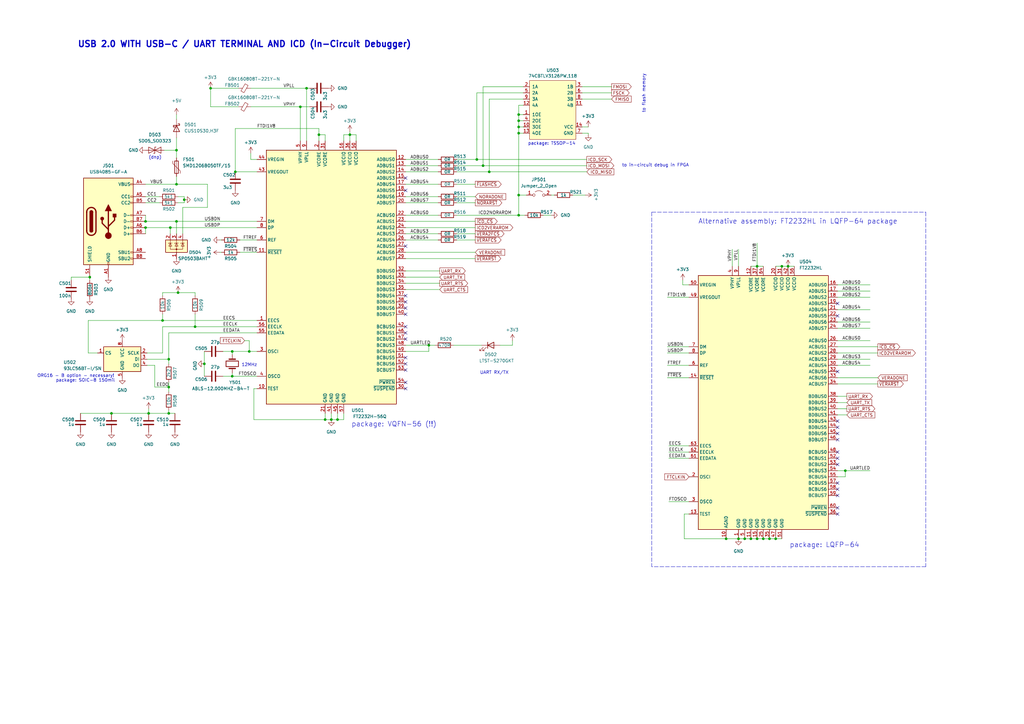
<source format=kicad_sch>
(kicad_sch (version 20211123) (generator eeschema)
  (paper "A3")
  (title_block (title "OpenX65 - USB Terminal with UART and ICD") (date "2023-03-30") (rev "rev01") (company "FOR X65.EU DESIGNED BY JSYKORA.INFO") (comment 1 "OpenX65 MOTHERBOARD"))
  (lib_symbols
    (symbol "Connector:USB_C_Receptacle_USB2.0" (pin_names (offset 1.016))
      (property "Reference" "J" (at -10.16 19.05 0))
      (property "Value" "USB_C_Receptacle_USB2.0" (at 19.05 19.05 0))
      (symbol "USB_C_Receptacle_USB2.0_1_1"
        (pin passive line (at 0 -22.86 90) (length 5.08) (name "GND") (number "A1"))
        (pin passive line (at 0 -22.86 90) (length 5.08) hide (name "GND") (number "A12"))
        (pin passive line (at 15.24 15.24 180) (length 5.08) (name "VBUS") (number "A4"))
        (pin bidirectional line (at 15.24 10.16 180) (length 5.08) (name "CC1") (number "A5"))
        (pin bidirectional line (at 15.24 -2.54 180) (length 5.08) (name "D+") (number "A6"))
        (pin bidirectional line (at 15.24 2.54 180) (length 5.08) (name "D-") (number "A7"))
        (pin bidirectional line (at 15.24 -12.7 180) (length 5.08) (name "SBU1") (number "A8"))
        (pin passive line (at 15.24 15.24 180) (length 5.08) hide (name "VBUS") (number "A9"))
        (pin passive line (at 0 -22.86 90) (length 5.08) hide (name "GND") (number "B1"))
        (pin passive line (at 0 -22.86 90) (length 5.08) hide (name "GND") (number "B12"))
        (pin passive line (at 15.24 15.24 180) (length 5.08) hide (name "VBUS") (number "B4"))
        (pin bidirectional line (at 15.24 7.62 180) (length 5.08) (name "CC2") (number "B5"))
        (pin bidirectional line (at 15.24 -5.08 180) (length 5.08) (name "D+") (number "B6"))
        (pin bidirectional line (at 15.24 0 180) (length 5.08) (name "D-") (number "B7"))
        (pin bidirectional line (at 15.24 -15.24 180) (length 5.08) (name "SBU2") (number "B8"))
        (pin passive line (at 15.24 15.24 180) (length 5.08) hide (name "VBUS") (number "B9"))
        (pin passive line (at -7.62 -22.86 90) (length 5.08) (name "SHIELD") (number "S1"))
      )
    )
    (symbol "Device:C" (pin_numbers hide) (pin_names (offset 0.254))
      (property "Reference" "C" (at 0.635 2.54 0))
      (property "Value" "C" (at 0.635 -2.54 0))
      (symbol "C_1_1"
        (pin passive line (at 0 3.81 270) (length 2.794) (name "~") (number "1"))
        (pin passive line (at 0 -3.81 90) (length 2.794) (name "~") (number "2"))
      )
    )
    (symbol "Device:Crystal" (pin_numbers hide) (pin_names (offset 1.016) hide)
      (property "Reference" "Y" (at 0 3.81 0))
      (property "Value" "Crystal" (at 0 -3.81 0))
      (symbol "Crystal_1_1"
        (pin passive line (at -3.81 0 0) (length 1.27) (name "1") (number "1"))
        (pin passive line (at 3.81 0 180) (length 1.27) (name "2") (number "2"))
      )
    )
    (symbol "Device:D_Schottky" (pin_numbers hide) (pin_names (offset 1.016) hide)
      (property "Reference" "D" (at 0 2.54 0))
      (property "Value" "D_Schottky" (at 0 -2.54 0))
      (symbol "D_Schottky_1_1"
        (pin passive line (at -3.81 0 0) (length 2.54) (name "K") (number "1"))
        (pin passive line (at 3.81 0 180) (length 2.54) (name "A") (number "2"))
      )
    )
    (symbol "Device:FerriteBead_Small" (pin_numbers hide) (pin_names (offset 0))
      (property "Reference" "FB" (at 1.905 1.27 0))
      (property "Value" "FerriteBead_Small" (at 1.905 -1.27 0))
      (symbol "FerriteBead_Small_1_1"
        (pin passive line (at 0 2.54 270) (length 1.27) (name "~") (number "1"))
        (pin passive line (at 0 -2.54 90) (length 1.27) (name "~") (number "2"))
      )
    )
    (symbol "Device:LED" (pin_numbers hide) (pin_names (offset 1.016) hide)
      (property "Reference" "D" (at 0 2.54 0))
      (property "Value" "LED" (at 0 -2.54 0))
      (symbol "LED_1_1"
        (pin passive line (at -3.81 0 0) (length 2.54) (name "K") (number "1"))
        (pin passive line (at 3.81 0 180) (length 2.54) (name "A") (number "2"))
      )
    )
    (symbol "Device:Polyfuse" (pin_numbers hide) (pin_names (offset 0))
      (property "Reference" "F" (at -2.54 0 90))
      (property "Value" "Polyfuse" (at 2.54 0 90))
      (symbol "Polyfuse_1_1"
        (pin passive line (at 0 3.81 270) (length 1.27) (name "~") (number "1"))
        (pin passive line (at 0 -3.81 90) (length 1.27) (name "~") (number "2"))
      )
    )
    (symbol "Device:R" (pin_numbers hide) (pin_names (offset 0))
      (property "Reference" "R" (at 2.032 0 90))
      (property "Value" "R" (at 0 0 90))
      (symbol "R_1_1"
        (pin passive line (at 0 3.81 270) (length 1.27) (name "~") (number "1"))
        (pin passive line (at 0 -3.81 90) (length 1.27) (name "~") (number "2"))
      )
    )
    (symbol "Diode:SD05_SOD323" (pin_numbers hide) (pin_names (offset 1.016) hide)
      (property "Reference" "D" (at 0 2.54 0))
      (property "Value" "SD05_SOD323" (at 0 -2.54 0))
      (symbol "SD05_SOD323_1_1"
        (pin passive line (at -3.81 0 0) (length 2.54) (name "A1") (number "1"))
        (pin passive line (at 3.81 0 180) (length 2.54) (name "A2") (number "2"))
      )
    )
    (symbol "FTDI:FT2232H-56Q"
      (property "Reference" "U" (at -26.67 53.34 0))
      (property "Value" "FT2232H-56Q" (at 19.05 53.34 0))
      (symbol "FT2232H-56Q_1_1"
        (pin output line (at -30.48 -17.78 0) (length 3.81) (name "EECS") (number "1"))
        (pin input line (at -30.48 -45.72 0) (length 3.81) (name "TEST") (number "10"))
        (pin input line (at -30.48 10.16 0) (length 3.81) (name "~{RESET}") (number "11"))
        (pin bidirectional line (at 30.48 48.26 180) (length 3.81) (name "ADBUS0") (number "12"))
        (pin bidirectional line (at 30.48 45.72 180) (length 3.81) (name "ADBUS1") (number "13"))
        (pin bidirectional line (at 30.48 43.18 180) (length 3.81) (name "ADBUS2") (number "14"))
        (pin bidirectional line (at 30.48 40.64 180) (length 3.81) (name "ADBUS3") (number "15"))
        (pin power_in line (at 5.08 55.88 270) (length 3.81) (name "VCCIO") (number "16"))
        (pin bidirectional line (at 30.48 38.1 180) (length 3.81) (name "ADBUS4") (number "17"))
        (pin bidirectional line (at 30.48 35.56 180) (length 3.81) (name "ADBUS5") (number "18"))
        (pin bidirectional line (at 30.48 33.02 180) (length 3.81) (name "ADBUS6") (number "19"))
        (pin power_in line (at -5.08 55.88 270) (length 3.81) (name "VCORE") (number "2"))
        (pin bidirectional line (at 30.48 30.48 180) (length 3.81) (name "ADBUS7") (number "20"))
        (pin power_in line (at -2.54 -55.88 90) (length 3.81) (name "GND") (number "21"))
        (pin bidirectional line (at 30.48 25.4 180) (length 3.81) (name "ACBUS0") (number "22"))
        (pin bidirectional line (at 30.48 22.86 180) (length 3.81) (name "ACBUS1") (number "23"))
        (pin bidirectional line (at 30.48 20.32 180) (length 3.81) (name "ACBUS2") (number "24"))
        (pin bidirectional line (at 30.48 17.78 180) (length 3.81) (name "ACBUS3") (number "25"))
        (pin bidirectional line (at 30.48 15.24 180) (length 3.81) (name "ACBUS4") (number "26"))
        (pin bidirectional line (at 30.48 12.7 180) (length 3.81) (name "ACBUS5") (number "27"))
        (pin bidirectional line (at 30.48 10.16 180) (length 3.81) (name "ACBUS6") (number "28"))
        (pin bidirectional line (at 30.48 7.62 180) (length 3.81) (name "ACBUS7") (number "29"))
        (pin input line (at -30.48 -30.48 0) (length 3.81) (name "OSCI") (number "3"))
        (pin output line (at 30.48 -45.72 180) (length 3.81) (name "~{SUSPEND}") (number "30"))
        (pin power_in line (at -2.54 55.88 270) (length 3.81) (name "VCORE") (number "31"))
        (pin bidirectional line (at 30.48 2.54 180) (length 3.81) (name "BDBUS0") (number "32"))
        (pin bidirectional line (at 30.48 0 180) (length 3.81) (name "BDBUS1") (number "33"))
        (pin bidirectional line (at 30.48 -2.54 180) (length 3.81) (name "BDBUS2") (number "34"))
        (pin bidirectional line (at 30.48 -5.08 180) (length 3.81) (name "BDBUS3") (number "35"))
        (pin power_in line (at 7.62 55.88 270) (length 3.81) (name "VCCIO") (number "36"))
        (pin bidirectional line (at 30.48 -7.62 180) (length 3.81) (name "BDBUS4") (number "37"))
        (pin bidirectional line (at 30.48 -10.16 180) (length 3.81) (name "BDBUS5") (number "38"))
        (pin bidirectional line (at 30.48 -12.7 180) (length 3.81) (name "BDBUS6") (number "39"))
        (pin output line (at -30.48 -40.64 0) (length 3.81) (name "OSCO") (number "4"))
        (pin bidirectional line (at 30.48 -15.24 180) (length 3.81) (name "BDBUS7") (number "40"))
        (pin power_in line (at 0 -55.88 90) (length 3.81) (name "GND") (number "41"))
        (pin bidirectional line (at 30.48 -20.32 180) (length 3.81) (name "BCBUS0") (number "42"))
        (pin power_out line (at -30.48 43.18 0) (length 3.81) (name "VREGOUT") (number "43"))
        (pin power_in line (at -30.48 48.26 0) (length 3.81) (name "VREGIN") (number "44"))
        (pin power_in line (at 2.54 -55.88 90) (length 3.81) (name "GND") (number "45"))
        (pin bidirectional line (at 30.48 -22.86 180) (length 3.81) (name "BCBUS1") (number "46"))
        (pin bidirectional line (at 30.48 -25.4 180) (length 3.81) (name "BCBUS2") (number "47"))
        (pin bidirectional line (at 30.48 -27.94 180) (length 3.81) (name "BCBUS3") (number "48"))
        (pin bidirectional line (at 30.48 -30.48 180) (length 3.81) (name "BCBUS4") (number "49"))
        (pin power_in line (at -12.7 55.88 270) (length 3.81) (name "VPHY") (number "5"))
        (pin power_in line (at 10.16 55.88 270) (length 3.81) (name "VCCIO") (number "50"))
        (pin bidirectional line (at 30.48 -33.02 180) (length 3.81) (name "BCBUS5") (number "51"))
        (pin bidirectional line (at 30.48 -35.56 180) (length 3.81) (name "BCBUS6") (number "52"))
        (pin bidirectional line (at 30.48 -38.1 180) (length 3.81) (name "BCBUS7") (number "53"))
        (pin output line (at 30.48 -43.18 180) (length 3.81) (name "~{PWREN}") (number "54"))
        (pin bidirectional line (at -30.48 -22.86 0) (length 3.81) (name "EEDATA") (number "55"))
        (pin output line (at -30.48 -20.32 0) (length 3.81) (name "EECLK") (number "56"))
        (pin power_in line (at 5.08 -55.88 90) (length 3.81) (name "GND") (number "57"))
        (pin output line (at -30.48 15.24 0) (length 3.81) (name "REF") (number "6"))
        (pin bidirectional line (at -30.48 22.86 0) (length 3.81) (name "DM") (number "7"))
        (pin bidirectional line (at -30.48 20.32 0) (length 3.81) (name "DP") (number "8"))
        (pin input line (at -10.16 55.88 270) (length 3.81) (name "VPLL") (number "9"))
      )
    )
    (symbol "Interface_USB:FT2232HL"
      (property "Reference" "U" (at -26.67 53.34 0))
      (property "Value" "FT2232HL" (at 19.05 53.34 0))
      (symbol "FT2232HL_1_1"
        (pin power_in line (at -10.16 -55.88 90) (length 3.81) (name "GND") (number "1"))
        (pin power_in line (at -15.24 -55.88 90) (length 3.81) (name "AGND") (number "10"))
        (pin power_in line (at -5.08 -55.88 90) (length 3.81) (name "GND") (number "11"))
        (pin power_in line (at -5.08 55.88 270) (length 3.81) (name "VCORE") (number "12"))
        (pin input line (at -30.48 -45.72 0) (length 3.81) (name "TEST") (number "13"))
        (pin input line (at -30.48 10.16 0) (length 3.81) (name "~{RESET}") (number "14"))
        (pin power_in line (at -2.54 -55.88 90) (length 3.81) (name "GND") (number "15"))
        (pin bidirectional line (at 30.48 48.26 180) (length 3.81) (name "ADBUS0") (number "16"))
        (pin bidirectional line (at 30.48 45.72 180) (length 3.81) (name "ADBUS1") (number "17"))
        (pin bidirectional line (at 30.48 43.18 180) (length 3.81) (name "ADBUS2") (number "18"))
        (pin bidirectional line (at 30.48 40.64 180) (length 3.81) (name "ADBUS3") (number "19"))
        (pin input line (at -30.48 -30.48 0) (length 3.81) (name "OSCI") (number "2"))
        (pin power_in line (at 5.08 55.88 270) (length 3.81) (name "VCCIO") (number "20"))
        (pin bidirectional line (at 30.48 38.1 180) (length 3.81) (name "ADBUS4") (number "21"))
        (pin bidirectional line (at 30.48 35.56 180) (length 3.81) (name "ADBUS5") (number "22"))
        (pin bidirectional line (at 30.48 33.02 180) (length 3.81) (name "ADBUS6") (number "23"))
        (pin bidirectional line (at 30.48 30.48 180) (length 3.81) (name "ADBUS7") (number "24"))
        (pin power_in line (at 0 -55.88 90) (length 3.81) (name "GND") (number "25"))
        (pin bidirectional line (at 30.48 25.4 180) (length 3.81) (name "ACBUS0") (number "26"))
        (pin bidirectional line (at 30.48 22.86 180) (length 3.81) (name "ACBUS1") (number "27"))
        (pin bidirectional line (at 30.48 20.32 180) (length 3.81) (name "ACBUS2") (number "28"))
        (pin bidirectional line (at 30.48 17.78 180) (length 3.81) (name "ACBUS3") (number "29"))
        (pin output line (at -30.48 -40.64 0) (length 3.81) (name "OSCO") (number "3"))
        (pin bidirectional line (at 30.48 15.24 180) (length 3.81) (name "ACBUS4") (number "30"))
        (pin power_in line (at 7.62 55.88 270) (length 3.81) (name "VCCIO") (number "31"))
        (pin bidirectional line (at 30.48 12.7 180) (length 3.81) (name "ACBUS5") (number "32"))
        (pin bidirectional line (at 30.48 10.16 180) (length 3.81) (name "ACBUS6") (number "33"))
        (pin bidirectional line (at 30.48 7.62 180) (length 3.81) (name "ACBUS7") (number "34"))
        (pin power_in line (at 2.54 -55.88 90) (length 3.81) (name "GND") (number "35"))
        (pin output line (at 30.48 -45.72 180) (length 3.81) (name "~{SUSPEND}") (number "36"))
        (pin power_in line (at -2.54 55.88 270) (length 3.81) (name "VCORE") (number "37"))
        (pin bidirectional line (at 30.48 2.54 180) (length 3.81) (name "BDBUS0") (number "38"))
        (pin bidirectional line (at 30.48 0 180) (length 3.81) (name "BDBUS1") (number "39"))
        (pin power_in line (at -12.7 55.88 270) (length 3.81) (name "VPHY") (number "4"))
        (pin bidirectional line (at 30.48 -2.54 180) (length 3.81) (name "BDBUS2") (number "40"))
        (pin bidirectional line (at 30.48 -5.08 180) (length 3.81) (name "BDBUS3") (number "41"))
        (pin power_in line (at 10.16 55.88 270) (length 3.81) (name "VCCIO") (number "42"))
        (pin bidirectional line (at 30.48 -7.62 180) (length 3.81) (name "BDBUS4") (number "43"))
        (pin bidirectional line (at 30.48 -10.16 180) (length 3.81) (name "BDBUS5") (number "44"))
        (pin bidirectional line (at 30.48 -12.7 180) (length 3.81) (name "BDBUS6") (number "45"))
        (pin bidirectional line (at 30.48 -15.24 180) (length 3.81) (name "BDBUS7") (number "46"))
        (pin power_in line (at 5.08 -55.88 90) (length 3.81) (name "GND") (number "47"))
        (pin bidirectional line (at 30.48 -20.32 180) (length 3.81) (name "BCBUS0") (number "48"))
        (pin power_out line (at -30.48 43.18 0) (length 3.81) (name "VREGOUT") (number "49"))
        (pin power_in line (at -7.62 -55.88 90) (length 3.81) (name "GND") (number "5"))
        (pin power_in line (at -30.48 48.26 0) (length 3.81) (name "VREGIN") (number "50"))
        (pin power_in line (at 7.62 -55.88 90) (length 3.81) (name "GND") (number "51"))
        (pin bidirectional line (at 30.48 -22.86 180) (length 3.81) (name "BCBUS1") (number "52"))
        (pin bidirectional line (at 30.48 -25.4 180) (length 3.81) (name "BCBUS2") (number "53"))
        (pin bidirectional line (at 30.48 -27.94 180) (length 3.81) (name "BCBUS3") (number "54"))
        (pin bidirectional line (at 30.48 -30.48 180) (length 3.81) (name "BCBUS4") (number "55"))
        (pin power_in line (at 12.7 55.88 270) (length 3.81) (name "VCCIO") (number "56"))
        (pin bidirectional line (at 30.48 -33.02 180) (length 3.81) (name "BCBUS5") (number "57"))
        (pin bidirectional line (at 30.48 -35.56 180) (length 3.81) (name "BCBUS6") (number "58"))
        (pin bidirectional line (at 30.48 -38.1 180) (length 3.81) (name "BCBUS7") (number "59"))
        (pin output line (at -30.48 15.24 0) (length 3.81) (name "REF") (number "6"))
        (pin output line (at 30.48 -43.18 180) (length 3.81) (name "~{PWREN}") (number "60"))
        (pin bidirectional line (at -30.48 -22.86 0) (length 3.81) (name "EEDATA") (number "61"))
        (pin output line (at -30.48 -20.32 0) (length 3.81) (name "EECLK") (number "62"))
        (pin output line (at -30.48 -17.78 0) (length 3.81) (name "EECS") (number "63"))
        (pin power_in line (at 0 55.88 270) (length 3.81) (name "VCORE") (number "64"))
        (pin bidirectional line (at -30.48 22.86 0) (length 3.81) (name "DM") (number "7"))
        (pin bidirectional line (at -30.48 20.32 0) (length 3.81) (name "DP") (number "8"))
        (pin input line (at -10.16 55.88 270) (length 3.81) (name "VPLL") (number "9"))
      )
    )
    (symbol "Jumper:Jumper_2_Open" (pin_names (offset 0) hide)
      (property "Reference" "JP" (at 0 2.794 0))
      (property "Value" "Jumper_2_Open" (at 0 -2.286 0))
      (symbol "Jumper_2_Open_1_1"
        (pin passive line (at -5.08 0 0) (length 2.54) (name "A") (number "1"))
        (pin passive line (at 5.08 0 180) (length 2.54) (name "B") (number "2"))
      )
    )
    (symbol "Memory_EEPROM:93LCxxB"
      (property "Reference" "U" (at -7.62 6.35 0))
      (property "Value" "93LCxxB" (at 2.54 -6.35 0))
      (symbol "93LCxxB_1_1"
        (pin input line (at -10.16 2.54 0) (length 2.54) (name "CS") (number "1"))
        (pin input line (at 10.16 2.54 180) (length 2.54) (name "SCLK") (number "2"))
        (pin input line (at 10.16 0 180) (length 2.54) (name "DI") (number "3"))
        (pin tri_state line (at 10.16 -2.54 180) (length 2.54) (name "DO") (number "4"))
        (pin power_in line (at 0 -7.62 90) (length 2.54) (name "GND") (number "5"))
        (pin no_connect line (at -7.62 0 0) (length 2.54) hide (name "NC") (number "6"))
        (pin no_connect line (at -7.62 -2.54 0) (length 2.54) hide (name "NC") (number "7"))
        (pin power_in line (at 0 7.62 270) (length 2.54) (name "VCC") (number "8"))
      )
    )
    (symbol "Power_Protection:SP0503BAHT" (pin_names hide)
      (property "Reference" "D" (at 5.715 2.54 0))
      (property "Value" "SP0503BAHT" (at 5.715 0.635 0))
      (symbol "SP0503BAHT_0_0"
        (pin passive line (at 0 -5.08 90) (length 2.54) (name "A") (number "1"))
      )
      (symbol "SP0503BAHT_1_1"
        (pin passive line (at -2.54 5.08 270) (length 2.54) (name "K") (number "2"))
        (pin passive line (at 0 5.08 270) (length 2.54) (name "K") (number "3"))
        (pin passive line (at 2.54 5.08 270) (length 2.54) (name "K") (number "4"))
      )
    )
    (symbol "power:+3V3" (power) (pin_names (offset 0))
      (property "Value" "+3V3" (at 0 3.556 0))
      (symbol "+3V3_1_1"
        (pin power_in line (at 0 0 90) (length 0) hide (name "+3V3") (number "1"))
      )
    )
    (symbol "power:+5V" (power) (pin_names (offset 0))
      (property "Value" "+5V" (at 0 3.556 0))
      (symbol "+5V_1_1"
        (pin power_in line (at 0 0 90) (length 0) hide (name "+5V") (number "1"))
      )
    )
    (symbol "power:GND" (power) (pin_names (offset 0))
      (property "Value" "GND" (at 0 -3.81 0))
      (symbol "GND_1_1"
        (pin power_in line (at 0 0 270) (length 0) hide (name "GND") (number "1"))
      )
    )
    (symbol "vera-module:74CBTLV3126PW,118" (pin_names (offset 1.016))
      (property "Reference" "U" (at 1.27 1.27 0))
      (property "Value" "74CBTLV3126PW,118" (at 7.62 -25.4 0))
      (symbol "74CBTLV3126PW,118_1_1"
        (pin input line (at -2.54 -13.97 0) (length 2.54) (name "1OE") (number "1"))
        (pin input line (at -2.54 -19.05 0) (length 2.54) (name "3OE") (number "10"))
        (pin bidirectional line (at 21.59 -10.16 180) (length 2.54) (name "4B") (number "11"))
        (pin bidirectional line (at -2.54 -10.16 0) (length 2.54) (name "4A") (number "12"))
        (pin input line (at -2.54 -21.59 0) (length 2.54) (name "4OE") (number "13"))
        (pin power_in line (at 21.59 -19.05 180) (length 2.54) (name "VCC") (number "14"))
        (pin bidirectional line (at -2.54 -2.54 0) (length 2.54) (name "1A") (number "2"))
        (pin bidirectional line (at 21.59 -2.54 180) (length 2.54) (name "1B") (number "3"))
        (pin input line (at -2.54 -16.51 0) (length 2.54) (name "2OE") (number "4"))
        (pin bidirectional line (at -2.54 -5.08 0) (length 2.54) (name "2A") (number "5"))
        (pin bidirectional line (at 21.59 -5.08 180) (length 2.54) (name "2B") (number "6"))
        (pin power_in line (at 21.59 -21.59 180) (length 2.54) (name "GND") (number "7"))
        (pin bidirectional line (at 21.59 -7.62 180) (length 2.54) (name "3B") (number "8"))
        (pin bidirectional line (at -2.54 -7.62 0) (length 2.54) (name "3A") (number "9"))
      )
    )
  )
  (junction (at 69.215 147.32))
  (junction (at 66.675 131.445))
  (junction (at 60.96 169.545))
  (junction (at 69.215 169.545))
  (junction (at 83.82 149.225))
  (junction (at 212.725 80.01))
  (junction (at 102.235 144.145))
  (junction (at 75.565 81.915))
  (junction (at 320.675 109.22))
  (junction (at 212.725 54.61))
  (junction (at 175.895 141.605))
  (junction (at 72.39 90.805))
  (junction (at 72.39 61.595))
  (junction (at 346.71 193.04))
  (junction (at 95.25 154.305))
  (junction (at 80.01 133.985))
  (junction (at 130.81 55.245))
  (junction (at 73.025 120.015))
  (junction (at 313.055 220.98))
  (junction (at 315.595 220.98))
  (junction (at 133.35 172.085))
  (junction (at 310.515 220.98))
  (junction (at 198.12 67.945))
  (junction (at 302.895 220.98))
  (junction (at 200.66 70.485))
  (junction (at 69.85 93.345))
  (junction (at 72.39 75.565))
  (junction (at 135.89 172.085))
  (junction (at 138.43 172.085))
  (junction (at 305.435 220.98))
  (junction (at 212.725 88.265))
  (junction (at 95.25 144.145))
  (junction (at 96.52 70.485))
  (junction (at 212.725 49.53))
  (junction (at 212.725 46.99))
  (junction (at 125.73 36.195))
  (junction (at 45.72 169.545))
  (junction (at 123.19 43.815))
  (junction (at 323.215 109.22))
  (junction (at 59.69 90.805))
  (junction (at 310.515 109.22))
  (junction (at 297.815 220.98))
  (junction (at 195.58 65.405))
  (junction (at 36.83 113.665))
  (junction (at 86.36 36.195))
  (junction (at 318.135 220.98))
  (junction (at 212.725 52.07))
  (junction (at 307.975 220.98))
  (junction (at 143.51 55.245))
  (junction (at 59.69 93.345))
  (junction (at 69.215 158.75))
  (no_connect (at 343.535 124.46))
  (no_connect (at 166.37 78.105))
  (no_connect (at 166.37 100.965))
  (no_connect (at 166.37 121.285))
  (no_connect (at 343.535 152.4))
  (no_connect (at 166.37 149.225))
  (no_connect (at 343.535 129.54))
  (no_connect (at 166.37 123.825))
  (no_connect (at 166.37 73.025))
  (no_connect (at 166.37 126.365))
  (no_connect (at 166.37 156.845))
  (no_connect (at 166.37 159.385))
  (no_connect (at 343.535 210.82))
  (no_connect (at 343.535 208.28))
  (no_connect (at 166.37 139.065))
  (no_connect (at 166.37 146.685))
  (no_connect (at 166.37 128.905))
  (no_connect (at 166.37 133.985))
  (no_connect (at 166.37 136.525))
  (no_connect (at 343.535 172.72))
  (no_connect (at 343.535 175.26))
  (no_connect (at 343.535 177.8))
  (no_connect (at 343.535 180.34))
  (no_connect (at 343.535 185.42))
  (no_connect (at 343.535 187.96))
  (no_connect (at 343.535 190.5))
  (no_connect (at 166.37 151.765))
  (no_connect (at 343.535 200.66))
  (no_connect (at 343.535 203.2))
  (no_connect (at 343.535 198.12))
  (wire (pts (xy 80.01 128.905) (xy 80.01 133.985)))
  (wire (pts (xy 222.885 88.265) (xy 226.06 88.265)))
  (wire (pts (xy 33.02 169.545) (xy 45.72 169.545)))
  (wire (pts (xy 210.185 141.605) (xy 210.185 139.7)))
  (wire (pts (xy 343.535 121.92) (xy 356.87 121.92)))
  (wire (pts (xy 66.675 128.905) (xy 66.675 131.445)))
  (wire (pts (xy 273.685 144.78) (xy 282.575 144.78)))
  (wire (pts (xy 343.535 142.24) (xy 360.045 142.24)))
  (wire (pts (xy 166.37 93.345) (xy 194.945 93.345)))
  (wire (pts (xy 166.37 65.405) (xy 179.705 65.405)))
  (wire (pts (xy 123.19 43.815) (xy 123.19 57.785)))
  (wire (pts (xy 104.14 172.085) (xy 133.35 172.085)))
  (wire (pts (xy 100.33 139.7) (xy 102.235 139.7)))
  (wire (pts (xy 74.93 95.885) (xy 74.93 85.09)))
  (wire (pts (xy 212.725 88.265) (xy 212.725 80.01)))
  (wire (pts (xy 166.37 80.645) (xy 179.705 80.645)))
  (wire (pts (xy 97.79 36.195) (xy 86.36 36.195)))
  (wire (pts (xy 104.14 159.385) (xy 104.14 172.085)))
  (wire (pts (xy 29.21 113.665) (xy 29.21 114.935)))
  (wire (pts (xy 214.63 43.18) (xy 212.725 43.18)))
  (wire (pts (xy 85.09 85.09) (xy 85.09 75.565)))
  (wire (pts (xy 195.58 65.405) (xy 240.665 65.405)))
  (wire (pts (xy 140.97 172.085) (xy 138.43 172.085)))
  (wire (pts (xy 83.82 149.225) (xy 83.82 154.305)))
  (wire (pts (xy 212.725 52.07) (xy 214.63 52.07)))
  (wire (pts (xy 282.575 210.82) (xy 280.67 210.82)))
  (wire (pts (xy 59.69 88.265) (xy 59.69 90.805)))
  (wire (pts (xy 187.325 98.425) (xy 194.945 98.425)))
  (wire (pts (xy 133.35 55.245) (xy 130.81 55.245)))
  (wire (pts (xy 105.41 133.985) (xy 80.01 133.985)))
  (wire (pts (xy 343.535 119.38) (xy 356.87 119.38)))
  (wire (pts (xy 102.235 144.145) (xy 95.25 144.145)))
  (wire (pts (xy 133.35 169.545) (xy 133.35 172.085)))
  (wire (pts (xy 143.51 53.975) (xy 143.51 55.245)))
  (wire (pts (xy 72.39 90.805) (xy 105.41 90.805)))
  (wire (pts (xy 346.71 195.58) (xy 343.535 195.58)))
  (wire (pts (xy 72.39 61.595) (xy 72.39 64.77)))
  (wire (pts (xy 302.895 102.235) (xy 302.895 109.22)))
  (wire (pts (xy 347.345 162.56) (xy 343.535 162.56)))
  (wire (pts (xy 323.215 109.22) (xy 325.755 109.22)))
  (wire (pts (xy 212.725 88.265) (xy 215.265 88.265)))
  (wire (pts (xy 347.345 167.64) (xy 343.535 167.64)))
  (wire (pts (xy 175.895 141.605) (xy 175.895 144.145)))
  (wire (pts (xy 300.355 102.235) (xy 300.355 109.22)))
  (wire (pts (xy 66.675 120.015) (xy 73.025 120.015)))
  (wire (pts (xy 274.32 187.96) (xy 282.575 187.96)))
  (wire (pts (xy 59.69 90.805) (xy 72.39 90.805)))
  (wire (pts (xy 69.215 158.75) (xy 63.5 158.75)))
  (wire (pts (xy 238.76 54.61) (xy 241.3 54.61)))
  (wire (pts (xy 205.105 141.605) (xy 210.185 141.605)))
  (wire (pts (xy 66.675 131.445) (xy 36.195 131.445)))
  (wire (pts (xy 140.97 57.785) (xy 140.97 55.245)))
  (wire (pts (xy 166.37 95.885) (xy 179.705 95.885)))
  (wire (pts (xy 138.43 169.545) (xy 138.43 172.085)))
  (wire (pts (xy 95.25 144.145) (xy 95.25 145.415)))
  (wire (pts (xy 86.36 43.815) (xy 97.79 43.815)))
  (wire (pts (xy 98.425 103.505) (xy 105.41 103.505)))
  (wire (pts (xy 187.325 88.265) (xy 212.725 88.265)))
  (wire (pts (xy 72.39 75.565) (xy 85.09 75.565)))
  (wire (pts (xy 343.535 139.7) (xy 356.87 139.7)))
  (wire (pts (xy 320.675 109.22) (xy 323.215 109.22)))
  (wire (pts (xy 200.66 70.485) (xy 187.325 70.485)))
  (wire (pts (xy 187.325 65.405) (xy 195.58 65.405)))
  (wire (pts (xy 69.215 169.545) (xy 71.755 169.545)))
  (wire (pts (xy 130.81 52.705) (xy 130.81 55.245)))
  (wire (pts (xy 96.52 52.705) (xy 130.81 52.705)))
  (wire (pts (xy 143.51 55.245) (xy 146.05 55.245)))
  (wire (pts (xy 83.82 144.145) (xy 83.82 149.225)))
  (wire (pts (xy 146.05 55.245) (xy 146.05 57.785)))
  (wire (pts (xy 66.675 131.445) (xy 105.41 131.445)))
  (wire (pts (xy 166.37 106.045) (xy 194.945 106.045)))
  (wire (pts (xy 90.17 103.505) (xy 90.805 103.505)))
  (polyline (pts (xy 379.73 232.41) (xy 267.335 232.41)))
  (wire (pts (xy 69.215 136.525) (xy 69.215 147.32)))
  (wire (pts (xy 140.97 55.245) (xy 143.51 55.245)))
  (wire (pts (xy 102.87 62.865) (xy 102.87 65.405)))
  (wire (pts (xy 36.195 144.78) (xy 40.005 144.78)))
  (wire (pts (xy 59.69 93.345) (xy 59.69 95.885)))
  (wire (pts (xy 346.71 193.04) (xy 346.71 195.58)))
  (wire (pts (xy 200.66 70.485) (xy 240.665 70.485)))
  (wire (pts (xy 212.725 49.53) (xy 212.725 52.07)))
  (wire (pts (xy 238.76 38.1) (xy 250.825 38.1)))
  (wire (pts (xy 186.055 141.605) (xy 197.485 141.605)))
  (wire (pts (xy 69.215 158.75) (xy 69.215 160.655)))
  (wire (pts (xy 125.73 36.195) (xy 125.73 57.785)))
  (wire (pts (xy 310.515 109.22) (xy 313.055 109.22)))
  (wire (pts (xy 105.41 159.385) (xy 104.14 159.385)))
  (wire (pts (xy 198.12 35.56) (xy 214.63 35.56)))
  (wire (pts (xy 234.95 80.01) (xy 240.03 80.01)))
  (wire (pts (xy 343.535 147.32) (xy 356.87 147.32)))
  (wire (pts (xy 105.41 144.145) (xy 102.235 144.145)))
  (wire (pts (xy 66.675 144.78) (xy 60.325 144.78)))
  (wire (pts (xy 343.535 149.86) (xy 356.87 149.86)))
  (wire (pts (xy 187.325 95.885) (xy 194.945 95.885)))
  (wire (pts (xy 343.535 157.48) (xy 360.045 157.48)))
  (wire (pts (xy 212.725 43.18) (xy 212.725 46.99)))
  (wire (pts (xy 200.66 40.64) (xy 200.66 70.485)))
  (wire (pts (xy 198.12 67.945) (xy 240.665 67.945)))
  (wire (pts (xy 75.565 81.915) (xy 75.565 83.185)))
  (wire (pts (xy 66.675 133.985) (xy 66.675 144.78)))
  (wire (pts (xy 187.325 80.645) (xy 194.945 80.645)))
  (wire (pts (xy 307.975 220.98) (xy 310.515 220.98)))
  (wire (pts (xy 102.87 65.405) (xy 105.41 65.405)))
  (wire (pts (xy 73.025 120.015) (xy 80.01 120.015)))
  (wire (pts (xy 72.39 72.39) (xy 72.39 75.565)))
  (wire (pts (xy 274.32 205.74) (xy 282.575 205.74)))
  (wire (pts (xy 63.5 158.75) (xy 63.5 149.86)))
  (wire (pts (xy 347.345 165.1) (xy 343.535 165.1)))
  (wire (pts (xy 343.535 154.94) (xy 360.045 154.94)))
  (wire (pts (xy 212.725 46.99) (xy 212.725 49.53)))
  (wire (pts (xy 69.215 147.32) (xy 60.325 147.32)))
  (wire (pts (xy 135.89 172.085) (xy 138.43 172.085)))
  (wire (pts (xy 343.535 127) (xy 356.87 127)))
  (polyline (pts (xy 379.73 86.995) (xy 379.73 232.41)))
  (wire (pts (xy 307.975 109.22) (xy 310.515 109.22)))
  (wire (pts (xy 86.36 36.195) (xy 86.36 43.815)))
  (wire (pts (xy 69.85 93.345) (xy 105.41 93.345)))
  (wire (pts (xy 315.595 220.98) (xy 318.135 220.98)))
  (wire (pts (xy 102.235 144.145) (xy 102.235 139.7)))
  (wire (pts (xy 130.81 55.245) (xy 130.81 57.785)))
  (wire (pts (xy 238.76 40.64) (xy 250.825 40.64)))
  (wire (pts (xy 273.685 149.86) (xy 282.575 149.86)))
  (wire (pts (xy 166.37 144.145) (xy 175.895 144.145)))
  (wire (pts (xy 318.135 220.98) (xy 320.675 220.98)))
  (wire (pts (xy 238.76 35.56) (xy 250.825 35.56)))
  (wire (pts (xy 98.425 98.425) (xy 105.41 98.425)))
  (wire (pts (xy 102.87 36.195) (xy 125.73 36.195)))
  (wire (pts (xy 66.675 121.285) (xy 66.675 120.015)))
  (wire (pts (xy 75.565 80.645) (xy 75.565 81.915)))
  (wire (pts (xy 36.83 113.665) (xy 36.83 114.935)))
  (wire (pts (xy 133.35 172.085) (xy 135.89 172.085)))
  (wire (pts (xy 280.67 220.98) (xy 297.815 220.98)))
  (wire (pts (xy 274.32 182.88) (xy 282.575 182.88)))
  (wire (pts (xy 105.41 70.485) (xy 96.52 70.485)))
  (wire (pts (xy 72.39 61.595) (xy 72.39 56.515)))
  (wire (pts (xy 280.67 210.82) (xy 280.67 220.98)))
  (wire (pts (xy 135.89 172.085) (xy 135.89 169.545)))
  (wire (pts (xy 214.63 46.99) (xy 212.725 46.99)))
  (wire (pts (xy 29.21 113.665) (xy 36.83 113.665)))
  (wire (pts (xy 273.685 121.92) (xy 282.575 121.92)))
  (wire (pts (xy 91.44 144.145) (xy 95.25 144.145)))
  (wire (pts (xy 133.35 57.785) (xy 133.35 55.245)))
  (wire (pts (xy 280.035 116.84) (xy 282.575 116.84)))
  (wire (pts (xy 347.345 170.18) (xy 343.535 170.18)))
  (wire (pts (xy 343.535 134.62) (xy 356.87 134.62)))
  (wire (pts (xy 212.725 80.01) (xy 212.725 54.61)))
  (wire (pts (xy 280.035 114.935) (xy 280.035 116.84)))
  (polyline (pts (xy 267.335 86.995) (xy 379.73 86.995)))
  (wire (pts (xy 60.96 169.545) (xy 69.215 169.545)))
  (wire (pts (xy 69.215 169.545) (xy 69.215 168.275)))
  (wire (pts (xy 166.37 118.745) (xy 180.34 118.745)))
  (wire (pts (xy 175.895 141.605) (xy 178.435 141.605)))
  (wire (pts (xy 198.12 35.56) (xy 198.12 67.945)))
  (wire (pts (xy 214.63 40.64) (xy 200.66 40.64)))
  (wire (pts (xy 241.3 54.61) (xy 241.3 55.245)))
  (wire (pts (xy 59.69 80.645) (xy 65.405 80.645)))
  (wire (pts (xy 80.01 120.015) (xy 80.01 121.285)))
  (wire (pts (xy 212.725 52.07) (xy 212.725 54.61)))
  (wire (pts (xy 166.37 141.605) (xy 175.895 141.605)))
  (wire (pts (xy 140.97 169.545) (xy 140.97 172.085)))
  (wire (pts (xy 238.76 52.07) (xy 241.3 52.07)))
  (wire (pts (xy 36.195 131.445) (xy 36.195 144.78)))
  (wire (pts (xy 72.39 48.895) (xy 72.39 46.99)))
  (wire (pts (xy 72.39 90.805) (xy 72.39 95.885)))
  (wire (pts (xy 63.5 149.86) (xy 60.325 149.86)))
  (wire (pts (xy 105.41 136.525) (xy 69.215 136.525)))
  (wire (pts (xy 273.685 154.94) (xy 282.575 154.94)))
  (wire (pts (xy 74.93 85.09) (xy 85.09 85.09)))
  (wire (pts (xy 305.435 220.98) (xy 307.975 220.98)))
  (wire (pts (xy 318.135 109.22) (xy 320.675 109.22)))
  (wire (pts (xy 166.37 116.205) (xy 180.34 116.205)))
  (wire (pts (xy 95.25 154.305) (xy 105.41 154.305)))
  (wire (pts (xy 166.37 75.565) (xy 179.705 75.565)))
  (wire (pts (xy 166.37 88.265) (xy 179.705 88.265)))
  (wire (pts (xy 69.215 156.845) (xy 69.215 158.75)))
  (wire (pts (xy 310.515 220.98) (xy 313.055 220.98)))
  (wire (pts (xy 297.815 220.98) (xy 302.895 220.98)))
  (wire (pts (xy 226.06 80.01) (xy 227.33 80.01)))
  (wire (pts (xy 90.17 98.425) (xy 90.805 98.425)))
  (wire (pts (xy 69.215 147.32) (xy 69.215 149.225)))
  (wire (pts (xy 343.535 193.04) (xy 346.71 193.04)))
  (wire (pts (xy 59.69 75.565) (xy 72.39 75.565)))
  (wire (pts (xy 91.44 154.305) (xy 95.25 154.305)))
  (wire (pts (xy 166.37 98.425) (xy 179.705 98.425)))
  (wire (pts (xy 69.85 93.345) (xy 69.85 95.885)))
  (wire (pts (xy 166.37 67.945) (xy 179.705 67.945)))
  (wire (pts (xy 67.31 61.595) (xy 72.39 61.595)))
  (wire (pts (xy 212.725 54.61) (xy 214.63 54.61)))
  (wire (pts (xy 102.87 43.815) (xy 123.19 43.815)))
  (wire (pts (xy 80.01 133.985) (xy 66.675 133.985)))
  (wire (pts (xy 166.37 70.485) (xy 179.705 70.485)))
  (wire (pts (xy 75.565 83.185) (xy 73.025 83.185)))
  (wire (pts (xy 187.325 67.945) (xy 198.12 67.945)))
  (wire (pts (xy 343.535 144.78) (xy 360.045 144.78)))
  (wire (pts (xy 343.535 116.84) (xy 356.87 116.84)))
  (wire (pts (xy 274.32 185.42) (xy 282.575 185.42)))
  (wire (pts (xy 59.69 83.185) (xy 65.405 83.185)))
  (wire (pts (xy 346.71 193.04) (xy 356.87 193.04)))
  (wire (pts (xy 96.52 70.485) (xy 96.52 52.705)))
  (wire (pts (xy 313.055 220.98) (xy 315.595 220.98)))
  (wire (pts (xy 195.58 38.1) (xy 214.63 38.1)))
  (wire (pts (xy 187.325 83.185) (xy 194.945 83.185)))
  (wire (pts (xy 187.325 75.565) (xy 194.945 75.565)))
  (wire (pts (xy 273.685 142.24) (xy 282.575 142.24)))
  (wire (pts (xy 212.725 80.01) (xy 215.9 80.01)))
  (wire (pts (xy 166.37 90.805) (xy 194.945 90.805)))
  (wire (pts (xy 125.73 36.195) (xy 127 36.195)))
  (wire (pts (xy 73.025 80.645) (xy 75.565 80.645)))
  (polyline (pts (xy 267.335 86.995) (xy 267.335 232.41)))
  (wire (pts (xy 45.72 169.545) (xy 60.96 169.545)))
  (wire (pts (xy 166.37 83.185) (xy 179.705 83.185)))
  (wire (pts (xy 60.96 167.64) (xy 60.96 169.545)))
  (wire (pts (xy 302.895 220.98) (xy 305.435 220.98)))
  (wire (pts (xy 123.19 43.815) (xy 127 43.815)))
  (wire (pts (xy 195.58 65.405) (xy 195.58 38.1)))
  (wire (pts (xy 166.37 113.665) (xy 180.34 113.665)))
  (wire (pts (xy 166.37 103.505) (xy 194.945 103.505)))
  (wire (pts (xy 310.515 99.695) (xy 310.515 109.22)))
  (wire (pts (xy 343.535 132.08) (xy 356.87 132.08)))
  (wire (pts (xy 166.37 111.125) (xy 180.34 111.125)))
  (wire (pts (xy 143.51 55.245) (xy 143.51 57.785)))
  (wire (pts (xy 214.63 49.53) (xy 212.725 49.53)))
  (wire (pts (xy 59.69 93.345) (xy 69.85 93.345)))
  (wire (pts (xy 95.25 153.035) (xy 95.25 154.305)))
  (text "12MHz" (at 99.06 150.495 0) (effects (font (size 1.27 1.27)) (justify left bottom)))
  (text "package: SOIC-8 150mil" (at 22.86 156.845 0) (effects (font (size 1.27 1.27)) (justify left bottom)))
  (text "to in-circuit debug in FPGA" (at 282.575 68.58 180) (effects (font (size 1.27 1.27)) (justify right bottom)))
  (text "package: LQFP-64" (at 323.85 224.79 0) (effects (font (size 2 2)) (justify left bottom)))
  (text "to flash memory" (at 264.795 46.355 90) (effects (font (size 1.27 1.27)) (justify left bottom)))
  (text "ORG16 - B option - necessary!" (at 15.24 154.94 0) (effects (font (size 1.27 1.27)) (justify left bottom)))
  (text "package: TSSOP-14" (at 216.535 59.69 0) (effects (font (size 1.27 1.27)) (justify left bottom)))
  (text "UART RX/TX" (at 196.85 153.67 0) (effects (font (size 1.27 1.27)) (justify left bottom)))
  (text "Alternative assembly: FT2232HL in LQFP-64 package" (at 286.385 92.075 0) (effects (font (size 2 2)) (justify left bottom)))
  (text "package: VQFN-56 (!!)" (at 144.145 175.26 0) (effects (font (size 2 2)) (justify left bottom)))
  (text "(dnp)" (at 60.96 65.405 0) (effects (font (size 1.27 1.27)) (justify left bottom)))
  (text "USB 2.0 WITH USB-C / UART TERMINAL AND ICD (In-Circuit Debugger)" (at 31.75 19.685 0) (effects (font (size 2.5 2.5) (thickness 0.5) bold) (justify left bottom)))
  (label "UARTLED" (at 168.275 141.605 0))
  (label "FTDI1V8" (at 105.41 52.705 0))
  (label "ACBUS4" (at 345.44 149.86 0))
  (label "FTREF" (at 99.695 98.425 0))
  (label "ACBUS4" (at 168.275 98.425 0))
  (label "ADBUS2" (at 168.275 70.485 0))
  (label "USBDN" (at 83.82 90.805 0))
  (label "ADBUS0" (at 345.44 116.84 0))
  (label "ADBUS6" (at 345.44 132.08 0))
  (label "VPLL" (at 302.895 102.235 270))
  (label "FTOSCO" (at 97.79 154.305 0))
  (label "ADBUS2" (at 345.44 121.92 0))
  (label "ADBUS4" (at 345.44 127 0))
  (label "ACBUS0" (at 345.44 139.7 0))
  (label "VPHY" (at 300.355 102.235 270))
  (label "ACBUS3" (at 345.44 147.32 0))
  (label "FTDI1V8" (at 310.515 99.695 270))
  (label "ACBUS3" (at 168.275 95.885 0))
  (label "CC1" (at 60.325 80.645 0))
  (label "ADBUS1" (at 345.44 119.38 0))
  (label "ADBUS4" (at 168.275 75.565 0))
  (label "EEDATA" (at 274.32 187.96 0))
  (label "ADBUS6" (at 168.275 80.645 0))
  (label "EECLK" (at 91.44 133.985 0))
  (label "EECS" (at 91.44 131.445 0))
  (label "EECLK" (at 274.32 185.42 0))
  (label "VPHY" (at 116.205 43.815 0))
  (label "USBDN" (at 273.685 142.24 0))
  (label "ADBUS7" (at 345.44 134.62 0))
  (label "USBDP" (at 83.82 93.345 0))
  (label "~{FTRES}" (at 273.685 154.94 0))
  (label "ADBUS7" (at 168.275 83.185 0))
  (label "FTOSCO" (at 274.32 205.74 0))
  (label "EEDO" (at 64.135 158.75 0))
  (label "EECS" (at 274.32 182.88 0))
  (label "FTREF" (at 273.685 149.86 0))
  (label "VBUS" (at 61.595 75.565 0))
  (label "CC2" (at 60.325 83.185 0))
  (label "VPLL" (at 116.205 36.195 0))
  (label "~{FTRES}" (at 99.695 103.505 0))
  (label "UARTLED" (at 356.87 193.04 180))
  (label "USBDP" (at 273.685 144.78 0))
  (label "ADBUS1" (at 168.275 67.945 0))
  (label "ICD2NORAROM" (at 196.215 88.265 0))
  (label "FTDI1V8" (at 273.685 121.92 0))
  (label "ACBUS0" (at 168.275 88.265 0))
  (label "ADBUS0" (at 168.275 65.405 0))
  (label "EEDATA" (at 91.44 136.525 0))
  (global_label "NORADONE" (shape input) (at 194.945 80.645 0) (property "Intersheet References" "${INTERSHEET_REFS}" (effects hide)))
  (global_label "FSCK" (shape output) (at 250.825 38.1 0) (property "Intersheet References" "${INTERSHEET_REFS}" (effects hide)))
  (global_label "~{VERAFCS}" (shape output) (at 194.945 98.425 0) (property "Intersheet References" "${INTERSHEET_REFS}" (effects hide)))
  (global_label "UART_RTS" (shape output) (at 180.34 116.205 0) (property "Intersheet References" "${INTERSHEET_REFS}" (effects hide)))
  (global_label "FTCLKIN" (shape input) (at 282.575 195.58 180) (property "Reference mezi listy" "${INTERSHEET_REFS}" (effects hide)))
  (global_label "ICD_SCK" (shape output) (at 240.665 65.405 0) (property "Intersheet References" "${INTERSHEET_REFS}" (effects hide)))
  (global_label "FTCLKIN" (shape input) (at 100.33 139.7 180) (property "Reference mezi listy" "${INTERSHEET_REFS}" (effects hide)))
  (global_label "~{FLASHCS}" (shape output) (at 194.945 75.565 0) (property "Intersheet References" "${INTERSHEET_REFS}" (effects hide)))
  (global_label "~{VERA2FCS}" (shape output) (at 194.945 95.885 0) (property "Intersheet References" "${INTERSHEET_REFS}" (effects hide)))
  (global_label "UART_RTS" (shape output) (at 347.345 167.64 0) (property "Intersheet References" "${INTERSHEET_REFS}" (effects hide)))
  (global_label "UART_RX" (shape output) (at 347.345 162.56 0) (property "Intersheet References" "${INTERSHEET_REFS}" (effects hide)))
  (global_label "UART_CTS" (shape input) (at 347.345 170.18 0) (property "Intersheet References" "${INTERSHEET_REFS}" (effects hide)))
  (global_label "ICD_MOSI" (shape output) (at 240.665 67.945 0) (property "Intersheet References" "${INTERSHEET_REFS}" (effects hide)))
  (global_label "VERADONE" (shape input) (at 360.045 154.94 0) (property "Intersheet References" "${INTERSHEET_REFS}" (effects hide)))
  (global_label "~{ICD_CS}" (shape output) (at 194.945 90.805 0) (property "Intersheet References" "${INTERSHEET_REFS}" (effects hide)))
  (global_label "FMOSI" (shape output) (at 250.825 35.56 0) (property "Intersheet References" "${INTERSHEET_REFS}" (effects hide)))
  (global_label "~{NORARST}" (shape output) (at 194.945 83.185 0) (property "Intersheet References" "${INTERSHEET_REFS}" (effects hide)))
  (global_label "~{ICD_CS}" (shape output) (at 360.045 142.24 0) (property "Intersheet References" "${INTERSHEET_REFS}" (effects hide)))
  (global_label "ICD_MISO" (shape input) (at 240.665 70.485 0) (property "Intersheet References" "${INTERSHEET_REFS}" (effects hide)))
  (global_label "UART_CTS" (shape input) (at 180.34 118.745 0) (property "Intersheet References" "${INTERSHEET_REFS}" (effects hide)))
  (global_label "~{VERARST}" (shape output) (at 194.945 106.045 0) (property "Intersheet References" "${INTERSHEET_REFS}" (effects hide)))
  (global_label "FMISO" (shape input) (at 250.825 40.64 0) (property "Intersheet References" "${INTERSHEET_REFS}" (effects hide)))
  (global_label "~{VERARST}" (shape output) (at 360.045 157.48 0) (property "Intersheet References" "${INTERSHEET_REFS}" (effects hide)))
  (global_label "UART_TX" (shape input) (at 347.345 165.1 0) (property "Intersheet References" "${INTERSHEET_REFS}" (effects hide)))
  (global_label "ICD2VERAROM" (shape output) (at 194.945 93.345 0) (property "Intersheet References" "${INTERSHEET_REFS}" (effects hide)))
  (global_label "VERADONE" (shape input) (at 194.945 103.505 0) (property "Intersheet References" "${INTERSHEET_REFS}" (effects hide)))
  (global_label "UART_RX" (shape output) (at 180.34 111.125 0) (property "Intersheet References" "${INTERSHEET_REFS}" (effects hide)))
  (global_label "ICD2VERAROM" (shape output) (at 360.045 144.78 0) (property "Intersheet References" "${INTERSHEET_REFS}" (effects hide)))
  (global_label "UART_TX" (shape input) (at 180.34 113.665 0) (property "Intersheet References" "${INTERSHEET_REFS}" (effects hide)))
  (symbol (lib_id "power:+3V3") (at 210.185 139.7 0) (unit 1)
    (property "Reference" "#PWR0526" (effects hide))
    (property "Value" "+3V3" (at 212.725 135.255 0) (effects (justify right)))
  )
  (symbol (lib_id "Device:R") (at 183.515 88.265 90) (unit 1)
    (property "Reference" "R516" (at 188.595 86.995 90))
    (property "Value" "0R" (at 183.515 88.265 90))
    (property "Footprint" "Resistor_SMD:R_0603_1608Metric_Pad0.98x0.95mm_HandSolder" (effects hide))
  )
  (symbol (lib_id "Device:FerriteBead_Small") (at 100.33 36.195 90) (unit 1)
    (property "Reference" "FB501" (at 95.25 34.925 90))
    (property "Value" "GBK160808T-221Y-N" (at 104.14 32.385 90))
    (property "Footprint" "Resistor_SMD:R_0603_1608Metric_Pad0.98x0.95mm_HandSolder" (effects hide))
  )
  (symbol (lib_id "power:GND") (at 59.69 61.595 270) (unit 1)
    (property "Reference" "#PWR0529" (effects hide))
    (property "Value" "GND" (at 52.705 61.595 90) (effects (justify left)))
  )
  (symbol (lib_id "power:GND") (at 226.06 88.265 90) (unit 1)
    (property "Reference" "#PWR0522" (effects hide))
    (property "Value" "GND" (at 229.87 88.2649 90) (effects (justify right)))
  )
  (symbol (lib_id "Device:D_Schottky") (at 72.39 52.705 270) (unit 1)
    (property "Reference" "D501" (at 75.565 51.1174 90) (effects (justify left)))
    (property "Value" "CUS10S30,H3F" (at 75.565 53.6574 90) (effects (justify left)))
    (property "Footprint" "Diode_SMD:D_SOD-323_HandSoldering" (effects hide))
  )
  (symbol (lib_id "Device:R") (at 183.515 67.945 90) (unit 1)
    (property "Reference" "R514" (at 188.595 66.675 90))
    (property "Value" "0R" (at 183.515 67.945 90))
    (property "Footprint" "Resistor_SMD:R_0603_1608Metric_Pad0.98x0.95mm_HandSolder" (effects hide))
  )
  (symbol (lib_id "power:GND") (at 83.82 149.225 270) (unit 1)
    (property "Reference" "#PWR0514" (effects hide))
    (property "Value" "GND" (at 80.01 147.955 0) (effects (justify left)))
  )
  (symbol (lib_id "power:+3V3") (at 240.03 80.01 270) (unit 1)
    (property "Reference" "#PWR0527" (effects hide))
    (property "Value" "+3V3" (at 244.475 82.55 0) (effects (justify right)))
  )
  (symbol (lib_id "Device:R") (at 66.675 125.095 180) (unit 1)
    (property "Reference" "R506" (at 69.215 125.095 90))
    (property "Value" "10k" (at 66.675 125.095 90))
    (property "Footprint" "Resistor_SMD:R_0603_1608Metric_Pad0.98x0.95mm_HandSolder" (effects hide))
  )
  (symbol (lib_id "FTDI:FT2232H-56Q") (at 135.89 113.665 0) (unit 1) (in_bom no)
    (property "Reference" "U501" (at 144.145 168.275 0) (effects (justify left)))
    (property "Value" "FT2232H-56Q" (at 144.78 170.815 0) (effects (justify left)))
    (property "Footprint" "Package_DFN_QFN:QFN-56-1EP_8x8mm_P0.5mm_EP4.5x5.2mm" (effects hide))
    (property "Datasheet" "https://www.ftdichip.com/Support/Documents/DataSheets/ICs/DS_FT2232H.pdf" (effects hide))
  )
  (symbol (lib_id "power:GND") (at 33.02 177.165 0) (unit 1)
    (property "Reference" "#PWR0524" (effects hide))
    (property "Value" "GND" (at 33.02 182.245 0))
  )
  (symbol (lib_id "Power_Protection:SP0503BAHT") (at 72.39 100.965 0) (unit 1)
    (property "Reference" "D504" (at 77.47 103.505 0) (effects (justify left)))
    (property "Value" "SP0503BAHT" (at 73.025 106.045 0) (effects (justify left)))
    (property "Footprint" "Package_TO_SOT_SMD:SOT-143" (effects hide))
    (property "Datasheet" "http://www.littelfuse.com/~/media/files/littelfuse/technical%20resources/documents/data%20sheets/sp05xxba.pdf" (effects hide))
  )
  (symbol (lib_id "Device:C") (at 87.63 144.145 90) (unit 1) (in_bom no)
    (property "Reference" "C505" (at 85.09 142.875 90) (effects (justify left)))
    (property "Value" "27p" (at 90.17 140.335 90) (effects (justify left)))
    (property "Footprint" "Capacitor_SMD:C_0603_1608Metric_Pad1.08x0.95mm_HandSolder" (effects hide))
  )
  (symbol (lib_id "power:GND") (at 241.3 55.245 0) (unit 1)
    (property "Reference" "#PWR0521" (effects hide))
    (property "Value" "GND" (at 241.3 60.325 0))
  )
  (symbol (lib_id "Device:R") (at 182.245 141.605 90) (unit 1)
    (property "Reference" "R520" (at 182.88 139.065 90))
    (property "Value" "470R" (at 182.245 141.605 90))
    (property "Footprint" "Resistor_SMD:R_0603_1608Metric_Pad0.98x0.95mm_HandSolder" (effects hide))
  )
  (symbol (lib_id "Device:LED") (at 201.295 141.605 0) (unit 1)
    (property "Reference" "D502" (at 203.835 145.415 0) (effects (justify right)))
    (property "Value" "LTST-S270GKT" (at 210.82 147.955 0) (effects (justify right)))
    (property "Footprint" "LED_SMD:LED_0603_1608Metric_Pad1.05x0.95mm_HandSolder" (effects hide))
  )
  (symbol (lib_id "Device:R") (at 80.01 125.095 180) (unit 1)
    (property "Reference" "R509" (at 82.55 125.095 90))
    (property "Value" "10k" (at 80.01 125.095 90))
    (property "Footprint" "Resistor_SMD:R_0603_1608Metric_Pad0.98x0.95mm_HandSolder" (effects hide))
  )
  (symbol (lib_id "Device:R") (at 183.515 65.405 90) (unit 1)
    (property "Reference" "R513" (at 188.595 64.135 90))
    (property "Value" "0R" (at 183.515 65.405 90))
    (property "Footprint" "Resistor_SMD:R_0603_1608Metric_Pad0.98x0.95mm_HandSolder" (effects hide))
  )
  (symbol (lib_id "power:GND") (at 90.17 98.425 270) (unit 1)
    (property "Reference" "#PWR0508" (effects hide))
    (property "Value" "GND" (at 82.55 98.425 90) (effects (justify left)))
  )
  (symbol (lib_id "Device:C") (at 87.63 154.305 90) (unit 1) (in_bom no)
    (property "Reference" "C506" (at 85.09 155.575 90) (effects (justify left)))
    (property "Value" "27p" (at 90.17 150.495 90) (effects (justify left)))
    (property "Footprint" "Capacitor_SMD:C_0603_1608Metric_Pad1.08x0.95mm_HandSolder" (effects hide))
  )
  (symbol (lib_id "Device:R") (at 69.215 83.185 90) (unit 1)
    (property "Reference" "R502" (at 69.215 85.725 90))
    (property "Value" "5k1" (at 69.215 83.185 90))
    (property "Footprint" "Resistor_SMD:R_0603_1608Metric_Pad0.98x0.95mm_HandSolder" (effects hide))
  )
  (symbol (lib_id "Device:C") (at 71.755 173.355 0) (unit 1)
    (property "Reference" "C510" (at 64.135 172.085 0) (effects (justify left)))
    (property "Value" "1u" (at 66.675 173.99 0) (effects (justify left)))
    (property "Footprint" "Capacitor_SMD:C_0603_1608Metric_Pad1.08x0.95mm_HandSolder" (effects hide))
  )
  (symbol (lib_id "Connector:USB_C_Receptacle_USB2.0") (at 44.45 90.805 0) (unit 1)
    (property "Reference" "J501" (at 44.45 67.945 0))
    (property "Value" "USB4085-GF-A" (at 44.45 70.485 0))
    (property "Footprint" "Connector_USB:USB_C_Receptacle_GCT_USB4085" (effects hide))
    (property "Datasheet" "https://www.usb.org/sites/default/files/documents/usb_type-c.zip" (effects hide))
  )
  (symbol (lib_id "power:GND") (at 50.165 154.94 0) (unit 1)
    (property "Reference" "#PWR0516" (effects hide))
    (property "Value" "GND" (at 50.165 160.02 0))
  )
  (symbol (lib_id "power:+5V") (at 72.39 46.99 0) (unit 1)
    (property "Reference" "#PWR0523" (effects hide))
    (property "Value" "+5V" (at 72.39 41.275 0))
  )
  (symbol (lib_id "power:GND") (at 96.52 78.105 0) (unit 1)
    (property "Reference" "#PWR0506" (effects hide))
    (property "Value" "GND" (at 96.52 83.185 0))
  )
  (symbol (lib_id "Device:R") (at 183.515 98.425 90) (unit 1)
    (property "Reference" "R519" (at 188.595 97.155 90))
    (property "Value" "0R" (at 183.515 98.425 90))
    (property "Footprint" "Resistor_SMD:R_0603_1608Metric_Pad0.98x0.95mm_HandSolder" (effects hide))
  )
  (symbol (lib_id "Device:R") (at 183.515 75.565 90) (unit 1)
    (property "Reference" "R510" (at 188.595 74.295 90))
    (property "Value" "0R" (at 183.515 75.565 90))
    (property "Footprint" "Resistor_SMD:R_0603_1608Metric_Pad0.98x0.95mm_HandSolder" (effects hide))
  )
  (symbol (lib_id "Device:R") (at 183.515 83.185 90) (unit 1)
    (property "Reference" "R512" (at 188.595 81.915 90))
    (property "Value" "0R" (at 183.515 83.185 90))
    (property "Footprint" "Resistor_SMD:R_0603_1608Metric_Pad0.98x0.95mm_HandSolder" (effects hide))
  )
  (symbol (lib_id "Interface_USB:FT2232HL") (at 313.055 165.1 0) (unit 1)
    (property "Reference" "U504" (at 327.7744 107.315 0) (effects (justify left)))
    (property "Value" "FT2232HL" (at 327.7744 109.855 0) (effects (justify left)))
    (property "Footprint" "Package_QFP:LQFP-64_10x10mm_P0.5mm" (effects hide))
    (property "Datasheet" "https://www.ftdichip.com/Support/Documents/DataSheets/ICs/DS_FT2232H.pdf" (effects hide))
  )
  (symbol (lib_id "power:+3V3") (at 323.215 109.22 0) (unit 1)
    (property "Reference" "#PWR0120" (effects hide))
    (property "Value" "+3V3" (at 325.755 104.775 0) (effects (justify right)))
  )
  (symbol (lib_id "vera-module:74CBTLV3126PW,118") (at 217.17 33.02 0) (unit 1)
    (property "Reference" "U503" (at 226.695 28.829 0))
    (property "Value" "74CBTLV3126PW,118" (at 226.695 31.1404 0))
    (property "Footprint" "Package_SO:TSSOP-14_4.4x5mm_P0.65mm" (effects hide))
  )
  (symbol (lib_id "Device:C") (at 33.02 173.355 0) (unit 1)
    (property "Reference" "C508" (at 25.4 172.085 0) (effects (justify left)))
    (property "Value" "1u" (at 27.94 173.99 0) (effects (justify left)))
    (property "Footprint" "Capacitor_SMD:C_0603_1608Metric_Pad1.08x0.95mm_HandSolder" (effects hide))
  )
  (symbol (lib_id "Device:R") (at 69.215 80.645 90) (unit 1)
    (property "Reference" "R501" (at 69.215 78.105 90))
    (property "Value" "5k1" (at 69.215 80.645 90))
    (property "Footprint" "Resistor_SMD:R_0603_1608Metric_Pad0.98x0.95mm_HandSolder" (effects hide))
  )
  (symbol (lib_id "Jumper:Jumper_2_Open") (at 220.98 80.01 0) (unit 1) (in_bom no)
    (property "Reference" "JP501" (at 220.98 73.66 0))
    (property "Value" "Jumper_2_Open" (at 220.98 76.2 0))
    (property "Footprint" "Connector_PinHeader_2.54mm:PinHeader_1x02_P2.54mm_Vertical" (effects hide))
  )
  (symbol (lib_id "power:GND") (at 60.96 177.165 0) (unit 1)
    (property "Reference" "#PWR0518" (effects hide))
    (property "Value" "GND" (at 60.96 182.245 0))
  )
  (symbol (lib_id "Device:Crystal") (at 95.25 149.225 90) (unit 1) (in_bom no)
    (property "Reference" "Y501" (at 93.98 156.845 90) (effects (justify right)))
    (property "Value" "ABLS-12.000MHZ-B4-T" (at 78.74 159.385 90) (effects (justify right)))
    (property "Footprint" "Crystal:Crystal_SMD_Abracon_ABM3-2Pin_5.0x3.2mm_HandSoldering" (effects hide))
  )
  (symbol (lib_id "power:GND") (at 29.21 122.555 0) (unit 1)
    (property "Reference" "#PWR0504" (effects hide))
    (property "Value" "GND" (at 29.21 127.635 0))
  )
  (symbol (lib_id "Memory_EEPROM:93LCxxB") (at 50.165 147.32 0) (unit 1)
    (property "Reference" "U502" (at 26.035 148.59 0) (effects (justify left)))
    (property "Value" "93LC56BT-I/SN" (at 26.035 151.13 0) (effects (justify left)))
    (property "Footprint" "Package_SO:SOIC-8_3.9x4.9mm_P1.27mm" (effects hide))
    (property "Datasheet" "http://ww1.microchip.com/downloads/en/DeviceDoc/20001749K.pdf" (effects hide))
  )
  (symbol (lib_id "power:+3V3") (at 60.96 167.64 0) (unit 1)
    (property "Reference" "#PWR0509" (effects hide))
    (property "Value" "+3V3" (at 63.5 163.195 0) (effects (justify right)))
  )
  (symbol (lib_id "power:+3V3") (at 143.51 53.975 0) (unit 1)
    (property "Reference" "#PWR0519" (effects hide))
    (property "Value" "+3V3" (at 146.05 49.53 0) (effects (justify right)))
  )
  (symbol (lib_id "Device:C") (at 60.96 173.355 0) (unit 1)
    (property "Reference" "C507" (at 53.34 172.085 0) (effects (justify left)))
    (property "Value" "1u" (at 55.88 173.99 0) (effects (justify left)))
    (property "Footprint" "Capacitor_SMD:C_0603_1608Metric_Pad1.08x0.95mm_HandSolder" (effects hide))
  )
  (symbol (lib_id "Device:FerriteBead_Small") (at 100.33 43.815 90) (unit 1)
    (property "Reference" "FB502" (at 95.25 42.545 90))
    (property "Value" "GBK160808T-221Y-N" (at 104.14 40.005 90))
    (property "Footprint" "Resistor_SMD:R_0603_1608Metric_Pad0.98x0.95mm_HandSolder" (effects hide))
  )
  (symbol (lib_id "power:GND") (at 302.895 220.98 0) (unit 1)
    (property "Reference" "#PWR0123" (effects hide))
    (property "Value" "GND" (at 302.895 226.06 0))
  )
  (symbol (lib_id "power:GND") (at 75.565 81.915 90) (unit 1)
    (property "Reference" "#PWR0502" (effects hide))
    (property "Value" "GND" (at 79.375 81.9149 90) (effects (justify right)))
  )
  (symbol (lib_id "Device:C") (at 29.21 118.745 0) (unit 1)
    (property "Reference" "C501" (at 24.13 116.205 0) (effects (justify left)))
    (property "Value" "100n" (at 24.13 121.285 0) (effects (justify left)))
    (property "Footprint" "Capacitor_SMD:C_0603_1608Metric_Pad1.08x0.95mm_HandSolder" (effects hide))
  )
  (symbol (lib_id "power:GND") (at 36.83 122.555 0) (unit 1)
    (property "Reference" "#PWR0505" (effects hide))
    (property "Value" "GND" (at 36.83 127.635 0))
  )
  (symbol (lib_id "Diode:SD05_SOD323") (at 63.5 61.595 0) (unit 1) (in_bom no)
    (property "Reference" "D503" (at 63.5 55.245 0))
    (property "Value" "SD05_SOD323" (at 63.5 57.785 0))
    (property "Footprint" "Diode_SMD:D_SOD-323" (effects hide))
    (property "Datasheet" "https://www.littelfuse.com/~/media/electronics/datasheets/tvs_diode_arrays/littelfuse_tvs_diode_array_sd_c_datasheet.pdf.pdf" (effects hide))
  )
  (symbol (lib_id "power:+3V3") (at 86.36 36.195 0) (unit 1)
    (property "Reference" "#PWR0511" (effects hide))
    (property "Value" "+3V3" (at 88.9 31.75 0) (effects (justify right)))
  )
  (symbol (lib_id "Device:R") (at 69.215 153.035 180) (unit 1)
    (property "Reference" "R507" (at 71.755 153.035 90))
    (property "Value" "2k2" (at 69.215 153.035 90))
    (property "Footprint" "Resistor_SMD:R_0603_1608Metric_Pad0.98x0.95mm_HandSolder" (effects hide))
  )
  (symbol (lib_id "Device:R") (at 94.615 98.425 90) (unit 1)
    (property "Reference" "R504" (at 94.615 100.965 90))
    (property "Value" "12k" (at 94.615 98.425 90))
    (property "Footprint" "Resistor_SMD:R_0603_1608Metric_Pad0.98x0.95mm_HandSolder" (effects hide))
  )
  (symbol (lib_id "Device:R") (at 183.515 95.885 90) (unit 1)
    (property "Reference" "R518" (at 188.595 94.615 90))
    (property "Value" "0R" (at 183.515 95.885 90))
    (property "Footprint" "Resistor_SMD:R_0603_1608Metric_Pad0.98x0.95mm_HandSolder" (effects hide))
  )
  (symbol (lib_id "power:GND") (at 72.39 106.045 0) (unit 1)
    (property "Reference" "#PWR0530" (effects hide))
    (property "Value" "GND" (at 72.39 111.125 0))
  )
  (symbol (lib_id "Device:R") (at 219.075 88.265 90) (unit 1)
    (property "Reference" "R517" (at 224.155 86.995 90))
    (property "Value" "10k" (at 219.075 88.265 90))
    (property "Footprint" "Resistor_SMD:R_0603_1608Metric_Pad0.98x0.95mm_HandSolder" (effects hide))
  )
  (symbol (lib_id "power:GND") (at 44.45 113.665 0) (unit 1)
    (property "Reference" "#PWR0501" (effects hide))
    (property "Value" "GND" (at 44.45 118.745 0))
  )
  (symbol (lib_id "Device:R") (at 94.615 103.505 90) (unit 1)
    (property "Reference" "R505" (at 94.615 106.045 90))
    (property "Value" "1k" (at 94.615 103.505 90))
    (property "Footprint" "Resistor_SMD:R_0603_1608Metric_Pad0.98x0.95mm_HandSolder" (effects hide))
  )
  (symbol (lib_id "Device:C") (at 45.72 173.355 0) (unit 1)
    (property "Reference" "C509" (at 38.1 172.085 0) (effects (justify left)))
    (property "Value" "1u" (at 40.64 173.99 0) (effects (justify left)))
    (property "Footprint" "Capacitor_SMD:C_0603_1608Metric_Pad1.08x0.95mm_HandSolder" (effects hide))
  )
  (symbol (lib_id "power:GND") (at 134.62 36.195 90) (unit 1)
    (property "Reference" "#PWR0512" (effects hide))
    (property "Value" "GND" (at 138.43 36.1949 90) (effects (justify right)))
  )
  (symbol (lib_id "power:+3V3") (at 50.165 139.7 0) (unit 1)
    (property "Reference" "#PWR0507" (effects hide))
    (property "Value" "+3V3" (at 52.705 135.255 0) (effects (justify right)))
  )
  (symbol (lib_id "Device:R") (at 231.14 80.01 90) (unit 1)
    (property "Reference" "R521" (at 236.22 78.74 90))
    (property "Value" "1k" (at 231.14 80.01 90))
    (property "Footprint" "Resistor_SMD:R_0603_1608Metric_Pad0.98x0.95mm_HandSolder" (effects hide))
  )
  (symbol (lib_id "power:+3V3") (at 90.17 103.505 90) (unit 1)
    (property "Reference" "#PWR0515" (effects hide))
    (property "Value" "+3V3" (at 85.725 100.965 0) (effects (justify right)))
  )
  (symbol (lib_id "power:+3V3") (at 280.035 114.935 0) (unit 1)
    (property "Reference" "#PWR0119" (effects hide))
    (property "Value" "+3V3" (at 282.575 110.49 0) (effects (justify right)))
  )
  (symbol (lib_id "power:GND") (at 45.72 177.165 0) (unit 1)
    (property "Reference" "#PWR0525" (effects hide))
    (property "Value" "GND" (at 45.72 182.245 0))
  )
  (symbol (lib_id "Device:Polyfuse") (at 72.39 68.58 0) (unit 1)
    (property "Reference" "F501" (at 74.93 65.405 0) (effects (justify left)))
    (property "Value" "SMD1206B050TF/15" (at 74.93 67.945 0) (effects (justify left)))
    (property "Footprint" "Fuse:Fuse_1206_3216Metric_Pad1.42x1.75mm_HandSolder" (effects hide))
  )
  (symbol (lib_id "Device:R") (at 183.515 70.485 90) (unit 1)
    (property "Reference" "R515" (at 188.595 69.215 90))
    (property "Value" "0R" (at 183.515 70.485 90))
    (property "Footprint" "Resistor_SMD:R_0603_1608Metric_Pad0.98x0.95mm_HandSolder" (effects hide))
  )
  (symbol (lib_id "power:+3V3") (at 73.025 120.015 0) (unit 1)
    (property "Reference" "#PWR0510" (effects hide))
    (property "Value" "+3V3" (at 75.565 115.57 0) (effects (justify right)))
  )
  (symbol (lib_id "power:GND") (at 71.755 177.165 0) (unit 1)
    (property "Reference" "#PWR0528" (effects hide))
    (property "Value" "GND" (at 71.755 182.245 0))
  )
  (symbol (lib_id "Device:R") (at 183.515 80.645 90) (unit 1)
    (property "Reference" "R511" (at 188.595 79.375 90))
    (property "Value" "0R" (at 183.515 80.645 90))
    (property "Footprint" "Resistor_SMD:R_0603_1608Metric_Pad0.98x0.95mm_HandSolder" (effects hide))
  )
  (symbol (lib_id "power:GND") (at 135.89 172.085 0) (unit 1)
    (property "Reference" "#PWR0503" (effects hide))
    (property "Value" "GND" (at 135.89 177.165 0))
  )
  (symbol (lib_id "power:+3V3") (at 241.3 52.07 0) (unit 1)
    (property "Reference" "#PWR0520" (effects hide))
    (property "Value" "+3V3" (at 243.84 47.625 0) (effects (justify right)))
  )
  (symbol (lib_id "Device:C") (at 96.52 74.295 0) (unit 1)
    (property "Reference" "C502" (at 91.44 71.755 0) (effects (justify left)))
    (property "Value" "3u3" (at 91.44 76.835 0) (effects (justify left)))
    (property "Footprint" "Capacitor_SMD:C_0603_1608Metric_Pad1.08x0.95mm_HandSolder" (effects hide))
  )
  (symbol (lib_id "power:+3V3") (at 102.87 62.865 0) (unit 1)
    (property "Reference" "#PWR0517" (effects hide))
    (property "Value" "+3V3" (at 105.41 58.42 0) (effects (justify right)))
  )
  (symbol (lib_id "Device:R") (at 69.215 164.465 180) (unit 1)
    (property "Reference" "R508" (at 71.755 164.465 90))
    (property "Value" "10k" (at 69.215 164.465 90))
    (property "Footprint" "Resistor_SMD:R_0603_1608Metric_Pad0.98x0.95mm_HandSolder" (effects hide))
  )
  (symbol (lib_id "Device:R") (at 36.83 118.745 180) (unit 1)
    (property "Reference" "R503" (at 39.37 118.745 90))
    (property "Value" "806k" (at 36.83 118.745 90))
    (property "Footprint" "Resistor_SMD:R_0603_1608Metric_Pad0.98x0.95mm_HandSolder" (effects hide))
  )
  (symbol (lib_id "Device:C") (at 130.81 43.815 90) (unit 1)
    (property "Reference" "C504" (at 128.27 48.895 0) (effects (justify left)))
    (property "Value" "3u3" (at 133.35 48.895 0) (effects (justify left)))
    (property "Footprint" "Capacitor_SMD:C_0603_1608Metric_Pad1.08x0.95mm_HandSolder" (effects hide))
  )
  (symbol (lib_id "power:GND") (at 134.62 43.815 90) (unit 1)
    (property "Reference" "#PWR0513" (effects hide))
    (property "Value" "GND" (at 138.43 43.8149 90) (effects (justify right)))
  )
  (symbol (lib_id "Device:C") (at 130.81 36.195 90) (unit 1)
    (property "Reference" "C503" (at 128.27 41.275 0) (effects (justify left)))
    (property "Value" "3u3" (at 133.35 41.275 0) (effects (justify left)))
    (property "Footprint" "Capacitor_SMD:C_0603_1608Metric_Pad1.08x0.95mm_HandSolder" (effects hide))
  )
)
</source>
